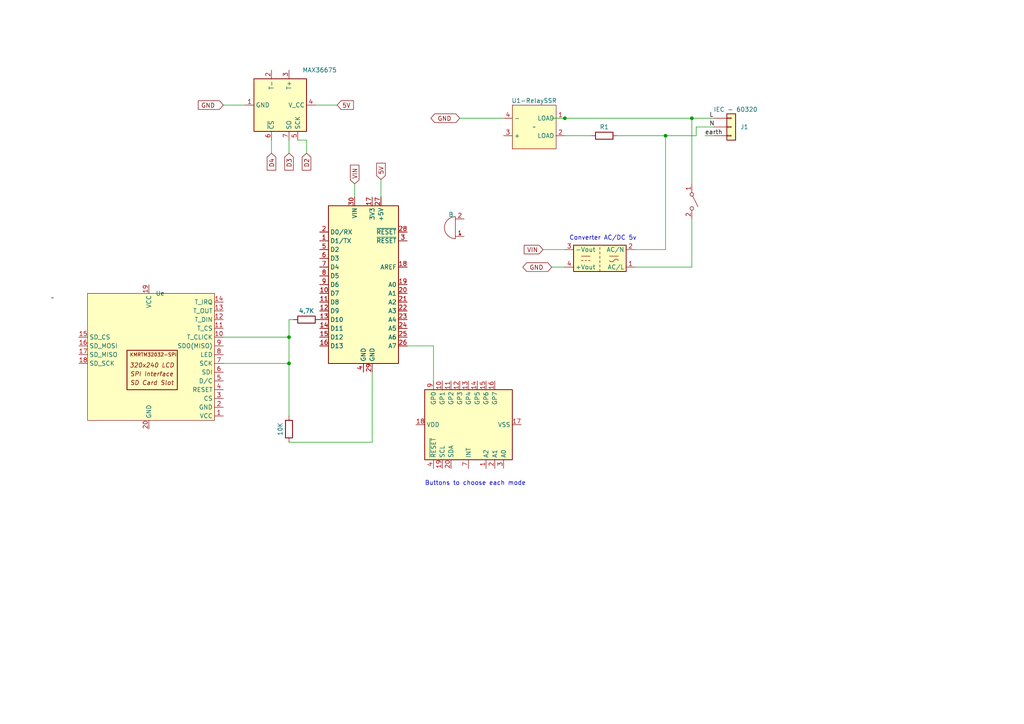
<source format=kicad_sch>
(kicad_sch (version 20230121) (generator eeschema)

  (uuid a360152b-217e-4bf5-ab06-859ca123b121)

  (paper "A4")

  (lib_symbols
    (symbol "Connector_Generic:Conn_01x03" (pin_numbers hide) (pin_names (offset 1.016) hide) (in_bom yes) (on_board yes)
      (property "Reference" "J" (at 0 5.08 0)
        (effects (font (size 1.27 1.27)))
      )
      (property "Value" "Conn_01x03" (at 0 -5.08 0)
        (effects (font (size 1.27 1.27)))
      )
      (property "Footprint" "" (at 0 0 0)
        (effects (font (size 1.27 1.27)) hide)
      )
      (property "Datasheet" "~" (at 0 0 0)
        (effects (font (size 1.27 1.27)) hide)
      )
      (property "ki_keywords" "connector" (at 0 0 0)
        (effects (font (size 1.27 1.27)) hide)
      )
      (property "ki_description" "Generic connector, single row, 01x03, script generated (kicad-library-utils/schlib/autogen/connector/)" (at 0 0 0)
        (effects (font (size 1.27 1.27)) hide)
      )
      (property "ki_fp_filters" "Connector*:*_1x??_*" (at 0 0 0)
        (effects (font (size 1.27 1.27)) hide)
      )
      (symbol "Conn_01x03_1_1"
        (rectangle (start -1.27 -2.413) (end 0 -2.667)
          (stroke (width 0.1524) (type default))
          (fill (type none))
        )
        (rectangle (start -1.27 0.127) (end 0 -0.127)
          (stroke (width 0.1524) (type default))
          (fill (type none))
        )
        (rectangle (start -1.27 2.667) (end 0 2.413)
          (stroke (width 0.1524) (type default))
          (fill (type none))
        )
        (rectangle (start -1.27 3.81) (end 1.27 -3.81)
          (stroke (width 0.254) (type default))
          (fill (type background))
        )
        (pin passive line (at -5.08 2.54 0) (length 3.81)
          (name "Pin_1" (effects (font (size 1.27 1.27))))
          (number "1" (effects (font (size 1.27 1.27))))
        )
        (pin passive line (at -5.08 0 0) (length 3.81)
          (name "Pin_2" (effects (font (size 1.27 1.27))))
          (number "2" (effects (font (size 1.27 1.27))))
        )
        (pin passive line (at -5.08 -2.54 0) (length 3.81)
          (name "Pin_3" (effects (font (size 1.27 1.27))))
          (number "3" (effects (font (size 1.27 1.27))))
        )
      )
    )
    (symbol "Converter_ACDC:HLK-PM01" (in_bom yes) (on_board yes)
      (property "Reference" "PS" (at 0 5.08 0)
        (effects (font (size 1.27 1.27)))
      )
      (property "Value" "HLK-PM01" (at 0 -5.08 0)
        (effects (font (size 1.27 1.27)))
      )
      (property "Footprint" "Converter_ACDC:Converter_ACDC_HiLink_HLK-PMxx" (at 0 -7.62 0)
        (effects (font (size 1.27 1.27)) hide)
      )
      (property "Datasheet" "http://www.hlktech.net/product_detail.php?ProId=54" (at 10.16 -8.89 0)
        (effects (font (size 1.27 1.27)) hide)
      )
      (property "ki_keywords" "AC/DC module power supply" (at 0 0 0)
        (effects (font (size 1.27 1.27)) hide)
      )
      (property "ki_description" "Compact AC/DC board mount power module 3W 5V" (at 0 0 0)
        (effects (font (size 1.27 1.27)) hide)
      )
      (property "ki_fp_filters" "Converter*ACDC*HiLink*HLK?PM*" (at 0 0 0)
        (effects (font (size 1.27 1.27)) hide)
      )
      (symbol "HLK-PM01_0_1"
        (rectangle (start -7.62 3.81) (end 7.62 -3.81)
          (stroke (width 0.254) (type default))
          (fill (type background))
        )
        (arc (start -5.334 0.635) (mid -4.699 0.2495) (end -4.064 0.635)
          (stroke (width 0) (type default))
          (fill (type none))
        )
        (arc (start -2.794 0.635) (mid -3.429 1.0072) (end -4.064 0.635)
          (stroke (width 0) (type default))
          (fill (type none))
        )
        (polyline
          (pts
            (xy -5.334 -0.635)
            (xy -2.794 -0.635)
          )
          (stroke (width 0) (type default))
          (fill (type none))
        )
        (polyline
          (pts
            (xy 0 -2.54)
            (xy 0 -3.175)
          )
          (stroke (width 0) (type default))
          (fill (type none))
        )
        (polyline
          (pts
            (xy 0 -1.27)
            (xy 0 -1.905)
          )
          (stroke (width 0) (type default))
          (fill (type none))
        )
        (polyline
          (pts
            (xy 0 0)
            (xy 0 -0.635)
          )
          (stroke (width 0) (type default))
          (fill (type none))
        )
        (polyline
          (pts
            (xy 0 1.27)
            (xy 0 0.635)
          )
          (stroke (width 0) (type default))
          (fill (type none))
        )
        (polyline
          (pts
            (xy 0 2.54)
            (xy 0 1.905)
          )
          (stroke (width 0) (type default))
          (fill (type none))
        )
        (polyline
          (pts
            (xy 0 3.81)
            (xy 0 3.175)
          )
          (stroke (width 0) (type default))
          (fill (type none))
        )
        (polyline
          (pts
            (xy 2.794 -0.635)
            (xy 5.334 -0.635)
          )
          (stroke (width 0) (type default))
          (fill (type none))
        )
        (polyline
          (pts
            (xy 2.794 0.635)
            (xy 3.302 0.635)
          )
          (stroke (width 0) (type default))
          (fill (type none))
        )
        (polyline
          (pts
            (xy 3.81 0.635)
            (xy 4.318 0.635)
          )
          (stroke (width 0) (type default))
          (fill (type none))
        )
        (polyline
          (pts
            (xy 4.826 0.635)
            (xy 5.334 0.635)
          )
          (stroke (width 0) (type default))
          (fill (type none))
        )
      )
      (symbol "HLK-PM01_1_1"
        (pin power_in line (at -10.16 2.54 0) (length 2.54)
          (name "AC/L" (effects (font (size 1.27 1.27))))
          (number "1" (effects (font (size 1.27 1.27))))
        )
        (pin power_in line (at -10.16 -2.54 0) (length 2.54)
          (name "AC/N" (effects (font (size 1.27 1.27))))
          (number "2" (effects (font (size 1.27 1.27))))
        )
        (pin power_out line (at 10.16 -2.54 180) (length 2.54)
          (name "-Vout" (effects (font (size 1.27 1.27))))
          (number "3" (effects (font (size 1.27 1.27))))
        )
        (pin power_out line (at 10.16 2.54 180) (length 2.54)
          (name "+Vout" (effects (font (size 1.27 1.27))))
          (number "4" (effects (font (size 1.27 1.27))))
        )
      )
    )
    (symbol "Device:Buzzer" (pin_names (offset 0.0254) hide) (in_bom yes) (on_board yes)
      (property "Reference" "BZ" (at 3.81 1.27 0)
        (effects (font (size 1.27 1.27)) (justify left))
      )
      (property "Value" "Buzzer" (at 3.81 -1.27 0)
        (effects (font (size 1.27 1.27)) (justify left))
      )
      (property "Footprint" "" (at -0.635 2.54 90)
        (effects (font (size 1.27 1.27)) hide)
      )
      (property "Datasheet" "~" (at -0.635 2.54 90)
        (effects (font (size 1.27 1.27)) hide)
      )
      (property "ki_keywords" "quartz resonator ceramic" (at 0 0 0)
        (effects (font (size 1.27 1.27)) hide)
      )
      (property "ki_description" "Buzzer, polarized" (at 0 0 0)
        (effects (font (size 1.27 1.27)) hide)
      )
      (property "ki_fp_filters" "*Buzzer*" (at 0 0 0)
        (effects (font (size 1.27 1.27)) hide)
      )
      (symbol "Buzzer_0_1"
        (arc (start 0 -3.175) (mid 3.1612 0) (end 0 3.175)
          (stroke (width 0) (type default))
          (fill (type none))
        )
        (polyline
          (pts
            (xy -1.651 1.905)
            (xy -1.143 1.905)
          )
          (stroke (width 0) (type default))
          (fill (type none))
        )
        (polyline
          (pts
            (xy -1.397 2.159)
            (xy -1.397 1.651)
          )
          (stroke (width 0) (type default))
          (fill (type none))
        )
        (polyline
          (pts
            (xy 0 3.175)
            (xy 0 -3.175)
          )
          (stroke (width 0) (type default))
          (fill (type none))
        )
      )
      (symbol "Buzzer_1_1"
        (pin passive line (at -2.54 2.54 0) (length 2.54)
          (name "-" (effects (font (size 1.27 1.27))))
          (number "1" (effects (font (size 1.27 1.27))))
        )
        (pin passive line (at -2.54 -2.54 0) (length 2.54)
          (name "+" (effects (font (size 1.27 1.27))))
          (number "2" (effects (font (size 1.27 1.27))))
        )
      )
    )
    (symbol "Device:R" (pin_numbers hide) (pin_names (offset 0)) (in_bom yes) (on_board yes)
      (property "Reference" "R" (at 2.032 0 90)
        (effects (font (size 1.27 1.27)))
      )
      (property "Value" "R" (at 0 0 90)
        (effects (font (size 1.27 1.27)))
      )
      (property "Footprint" "" (at -1.778 0 90)
        (effects (font (size 1.27 1.27)) hide)
      )
      (property "Datasheet" "~" (at 0 0 0)
        (effects (font (size 1.27 1.27)) hide)
      )
      (property "ki_keywords" "R res resistor" (at 0 0 0)
        (effects (font (size 1.27 1.27)) hide)
      )
      (property "ki_description" "Resistor" (at 0 0 0)
        (effects (font (size 1.27 1.27)) hide)
      )
      (property "ki_fp_filters" "R_*" (at 0 0 0)
        (effects (font (size 1.27 1.27)) hide)
      )
      (symbol "R_0_1"
        (rectangle (start -1.016 -2.54) (end 1.016 2.54)
          (stroke (width 0.254) (type default))
          (fill (type none))
        )
      )
      (symbol "R_1_1"
        (pin passive line (at 0 3.81 270) (length 1.27)
          (name "~" (effects (font (size 1.27 1.27))))
          (number "1" (effects (font (size 1.27 1.27))))
        )
        (pin passive line (at 0 -3.81 90) (length 1.27)
          (name "~" (effects (font (size 1.27 1.27))))
          (number "2" (effects (font (size 1.27 1.27))))
        )
      )
    )
    (symbol "Interface_Expansion:MCP23008-xML" (in_bom yes) (on_board yes)
      (property "Reference" "U" (at -8.89 13.97 0)
        (effects (font (size 1.27 1.27)))
      )
      (property "Value" "MCP23008-xML" (at 8.89 13.97 0)
        (effects (font (size 1.27 1.27)))
      )
      (property "Footprint" "Package_DFN_QFN:QFN-20-1EP_4x4mm_P0.5mm_EP2.7x2.7mm" (at 0 -26.67 0)
        (effects (font (size 1.27 1.27)) hide)
      )
      (property "Datasheet" "http://ww1.microchip.com/downloads/en/DeviceDoc/MCP23008-MCP23S08-Data-Sheet-20001919F.pdf" (at 33.02 -30.48 0)
        (effects (font (size 1.27 1.27)) hide)
      )
      (property "ki_keywords" "I2C parallel port expander" (at 0 0 0)
        (effects (font (size 1.27 1.27)) hide)
      )
      (property "ki_description" "8-bit I/O expander, I2C, interrupts, QFN-20" (at 0 0 0)
        (effects (font (size 1.27 1.27)) hide)
      )
      (property "ki_fp_filters" "QFN*4x4mm*P0.5mm*" (at 0 0 0)
        (effects (font (size 1.27 1.27)) hide)
      )
      (symbol "MCP23008-xML_0_1"
        (rectangle (start -10.16 12.7) (end 10.16 -12.7)
          (stroke (width 0.254) (type default))
          (fill (type background))
        )
      )
      (symbol "MCP23008-xML_1_1"
        (pin input line (at -12.7 -5.08 0) (length 2.54)
          (name "A2" (effects (font (size 1.27 1.27))))
          (number "1" (effects (font (size 1.27 1.27))))
        )
        (pin bidirectional line (at 12.7 7.62 180) (length 2.54)
          (name "GP1" (effects (font (size 1.27 1.27))))
          (number "10" (effects (font (size 1.27 1.27))))
        )
        (pin bidirectional line (at 12.7 5.08 180) (length 2.54)
          (name "GP2" (effects (font (size 1.27 1.27))))
          (number "11" (effects (font (size 1.27 1.27))))
        )
        (pin bidirectional line (at 12.7 2.54 180) (length 2.54)
          (name "GP3" (effects (font (size 1.27 1.27))))
          (number "12" (effects (font (size 1.27 1.27))))
        )
        (pin bidirectional line (at 12.7 0 180) (length 2.54)
          (name "GP4" (effects (font (size 1.27 1.27))))
          (number "13" (effects (font (size 1.27 1.27))))
        )
        (pin bidirectional line (at 12.7 -2.54 180) (length 2.54)
          (name "GP5" (effects (font (size 1.27 1.27))))
          (number "14" (effects (font (size 1.27 1.27))))
        )
        (pin bidirectional line (at 12.7 -5.08 180) (length 2.54)
          (name "GP6" (effects (font (size 1.27 1.27))))
          (number "15" (effects (font (size 1.27 1.27))))
        )
        (pin bidirectional line (at 12.7 -7.62 180) (length 2.54)
          (name "GP7" (effects (font (size 1.27 1.27))))
          (number "16" (effects (font (size 1.27 1.27))))
        )
        (pin power_in line (at 0 -15.24 90) (length 2.54)
          (name "VSS" (effects (font (size 1.27 1.27))))
          (number "17" (effects (font (size 1.27 1.27))))
        )
        (pin power_in line (at 0 15.24 270) (length 2.54)
          (name "VDD" (effects (font (size 1.27 1.27))))
          (number "18" (effects (font (size 1.27 1.27))))
        )
        (pin input line (at -12.7 7.62 0) (length 2.54)
          (name "SCL" (effects (font (size 1.27 1.27))))
          (number "19" (effects (font (size 1.27 1.27))))
        )
        (pin input line (at -12.7 -7.62 0) (length 2.54)
          (name "A1" (effects (font (size 1.27 1.27))))
          (number "2" (effects (font (size 1.27 1.27))))
        )
        (pin bidirectional line (at -12.7 5.08 0) (length 2.54)
          (name "SDA" (effects (font (size 1.27 1.27))))
          (number "20" (effects (font (size 1.27 1.27))))
        )
        (pin input line (at -12.7 -10.16 0) (length 2.54)
          (name "A0" (effects (font (size 1.27 1.27))))
          (number "3" (effects (font (size 1.27 1.27))))
        )
        (pin input line (at -12.7 10.16 0) (length 2.54)
          (name "~{RESET}" (effects (font (size 1.27 1.27))))
          (number "4" (effects (font (size 1.27 1.27))))
        )
        (pin no_connect line (at -10.16 2.54 0) (length 2.54) hide
          (name "NC" (effects (font (size 1.27 1.27))))
          (number "5" (effects (font (size 1.27 1.27))))
        )
        (pin no_connect line (at -10.16 -2.54 0) (length 2.54) hide
          (name "NC" (effects (font (size 1.27 1.27))))
          (number "6" (effects (font (size 1.27 1.27))))
        )
        (pin output line (at -12.7 0 0) (length 2.54)
          (name "INT" (effects (font (size 1.27 1.27))))
          (number "7" (effects (font (size 1.27 1.27))))
        )
        (pin no_connect line (at 10.16 -10.16 180) (length 2.54) hide
          (name "NC" (effects (font (size 1.27 1.27))))
          (number "8" (effects (font (size 1.27 1.27))))
        )
        (pin bidirectional line (at 12.7 10.16 180) (length 2.54)
          (name "GP0" (effects (font (size 1.27 1.27))))
          (number "9" (effects (font (size 1.27 1.27))))
        )
      )
    )
    (symbol "MCU_Module:Arduino_Nano_v2.x" (in_bom yes) (on_board yes)
      (property "Reference" "A" (at -10.16 23.495 0)
        (effects (font (size 1.27 1.27)) (justify left bottom))
      )
      (property "Value" "Arduino_Nano_v2.x" (at 5.08 -24.13 0)
        (effects (font (size 1.27 1.27)) (justify left top))
      )
      (property "Footprint" "Module:Arduino_Nano" (at 0 0 0)
        (effects (font (size 1.27 1.27) italic) hide)
      )
      (property "Datasheet" "https://www.arduino.cc/en/uploads/Main/ArduinoNanoManual23.pdf" (at 0 0 0)
        (effects (font (size 1.27 1.27)) hide)
      )
      (property "ki_keywords" "Arduino nano microcontroller module USB" (at 0 0 0)
        (effects (font (size 1.27 1.27)) hide)
      )
      (property "ki_description" "Arduino Nano v2.x" (at 0 0 0)
        (effects (font (size 1.27 1.27)) hide)
      )
      (property "ki_fp_filters" "Arduino*Nano*" (at 0 0 0)
        (effects (font (size 1.27 1.27)) hide)
      )
      (symbol "Arduino_Nano_v2.x_0_1"
        (rectangle (start -10.16 22.86) (end 10.16 -22.86)
          (stroke (width 0.254) (type default))
          (fill (type background))
        )
      )
      (symbol "Arduino_Nano_v2.x_1_1"
        (pin bidirectional line (at -12.7 12.7 0) (length 2.54)
          (name "D1/TX" (effects (font (size 1.27 1.27))))
          (number "1" (effects (font (size 1.27 1.27))))
        )
        (pin bidirectional line (at -12.7 -2.54 0) (length 2.54)
          (name "D7" (effects (font (size 1.27 1.27))))
          (number "10" (effects (font (size 1.27 1.27))))
        )
        (pin bidirectional line (at -12.7 -5.08 0) (length 2.54)
          (name "D8" (effects (font (size 1.27 1.27))))
          (number "11" (effects (font (size 1.27 1.27))))
        )
        (pin bidirectional line (at -12.7 -7.62 0) (length 2.54)
          (name "D9" (effects (font (size 1.27 1.27))))
          (number "12" (effects (font (size 1.27 1.27))))
        )
        (pin bidirectional line (at -12.7 -10.16 0) (length 2.54)
          (name "D10" (effects (font (size 1.27 1.27))))
          (number "13" (effects (font (size 1.27 1.27))))
        )
        (pin bidirectional line (at -12.7 -12.7 0) (length 2.54)
          (name "D11" (effects (font (size 1.27 1.27))))
          (number "14" (effects (font (size 1.27 1.27))))
        )
        (pin bidirectional line (at -12.7 -15.24 0) (length 2.54)
          (name "D12" (effects (font (size 1.27 1.27))))
          (number "15" (effects (font (size 1.27 1.27))))
        )
        (pin bidirectional line (at -12.7 -17.78 0) (length 2.54)
          (name "D13" (effects (font (size 1.27 1.27))))
          (number "16" (effects (font (size 1.27 1.27))))
        )
        (pin power_out line (at 2.54 25.4 270) (length 2.54)
          (name "3V3" (effects (font (size 1.27 1.27))))
          (number "17" (effects (font (size 1.27 1.27))))
        )
        (pin input line (at 12.7 5.08 180) (length 2.54)
          (name "AREF" (effects (font (size 1.27 1.27))))
          (number "18" (effects (font (size 1.27 1.27))))
        )
        (pin bidirectional line (at 12.7 0 180) (length 2.54)
          (name "A0" (effects (font (size 1.27 1.27))))
          (number "19" (effects (font (size 1.27 1.27))))
        )
        (pin bidirectional line (at -12.7 15.24 0) (length 2.54)
          (name "D0/RX" (effects (font (size 1.27 1.27))))
          (number "2" (effects (font (size 1.27 1.27))))
        )
        (pin bidirectional line (at 12.7 -2.54 180) (length 2.54)
          (name "A1" (effects (font (size 1.27 1.27))))
          (number "20" (effects (font (size 1.27 1.27))))
        )
        (pin bidirectional line (at 12.7 -5.08 180) (length 2.54)
          (name "A2" (effects (font (size 1.27 1.27))))
          (number "21" (effects (font (size 1.27 1.27))))
        )
        (pin bidirectional line (at 12.7 -7.62 180) (length 2.54)
          (name "A3" (effects (font (size 1.27 1.27))))
          (number "22" (effects (font (size 1.27 1.27))))
        )
        (pin bidirectional line (at 12.7 -10.16 180) (length 2.54)
          (name "A4" (effects (font (size 1.27 1.27))))
          (number "23" (effects (font (size 1.27 1.27))))
        )
        (pin bidirectional line (at 12.7 -12.7 180) (length 2.54)
          (name "A5" (effects (font (size 1.27 1.27))))
          (number "24" (effects (font (size 1.27 1.27))))
        )
        (pin bidirectional line (at 12.7 -15.24 180) (length 2.54)
          (name "A6" (effects (font (size 1.27 1.27))))
          (number "25" (effects (font (size 1.27 1.27))))
        )
        (pin bidirectional line (at 12.7 -17.78 180) (length 2.54)
          (name "A7" (effects (font (size 1.27 1.27))))
          (number "26" (effects (font (size 1.27 1.27))))
        )
        (pin power_out line (at 5.08 25.4 270) (length 2.54)
          (name "+5V" (effects (font (size 1.27 1.27))))
          (number "27" (effects (font (size 1.27 1.27))))
        )
        (pin input line (at 12.7 15.24 180) (length 2.54)
          (name "~{RESET}" (effects (font (size 1.27 1.27))))
          (number "28" (effects (font (size 1.27 1.27))))
        )
        (pin power_in line (at 2.54 -25.4 90) (length 2.54)
          (name "GND" (effects (font (size 1.27 1.27))))
          (number "29" (effects (font (size 1.27 1.27))))
        )
        (pin input line (at 12.7 12.7 180) (length 2.54)
          (name "~{RESET}" (effects (font (size 1.27 1.27))))
          (number "3" (effects (font (size 1.27 1.27))))
        )
        (pin power_in line (at -2.54 25.4 270) (length 2.54)
          (name "VIN" (effects (font (size 1.27 1.27))))
          (number "30" (effects (font (size 1.27 1.27))))
        )
        (pin power_in line (at 0 -25.4 90) (length 2.54)
          (name "GND" (effects (font (size 1.27 1.27))))
          (number "4" (effects (font (size 1.27 1.27))))
        )
        (pin bidirectional line (at -12.7 10.16 0) (length 2.54)
          (name "D2" (effects (font (size 1.27 1.27))))
          (number "5" (effects (font (size 1.27 1.27))))
        )
        (pin bidirectional line (at -12.7 7.62 0) (length 2.54)
          (name "D3" (effects (font (size 1.27 1.27))))
          (number "6" (effects (font (size 1.27 1.27))))
        )
        (pin bidirectional line (at -12.7 5.08 0) (length 2.54)
          (name "D4" (effects (font (size 1.27 1.27))))
          (number "7" (effects (font (size 1.27 1.27))))
        )
        (pin bidirectional line (at -12.7 2.54 0) (length 2.54)
          (name "D5" (effects (font (size 1.27 1.27))))
          (number "8" (effects (font (size 1.27 1.27))))
        )
        (pin bidirectional line (at -12.7 0 0) (length 2.54)
          (name "D6" (effects (font (size 1.27 1.27))))
          (number "9" (effects (font (size 1.27 1.27))))
        )
      )
    )
    (symbol "Sensor_Temperature:MAX31855EASA" (in_bom yes) (on_board yes)
      (property "Reference" "U" (at -7.62 8.89 0)
        (effects (font (size 1.27 1.27)) (justify left))
      )
      (property "Value" "MAX31855EASA" (at 1.27 8.89 0)
        (effects (font (size 1.27 1.27)) (justify left))
      )
      (property "Footprint" "Package_SO:SOIC-8_3.9x4.9mm_P1.27mm" (at 25.4 -8.89 0)
        (effects (font (size 1.27 1.27) italic) hide)
      )
      (property "Datasheet" "http://datasheets.maximintegrated.com/en/ds/MAX31855.pdf" (at 0 0 0)
        (effects (font (size 1.27 1.27)) hide)
      )
      (property "ki_keywords" "Cold Junction Termocouple Interface SPI" (at 0 0 0)
        (effects (font (size 1.27 1.27)) hide)
      )
      (property "ki_description" "Cold Junction E-type Termocouple Interface, SPI, SO8" (at 0 0 0)
        (effects (font (size 1.27 1.27)) hide)
      )
      (property "ki_fp_filters" "SOIC*3.9x4.9mm*P1.27mm*" (at 0 0 0)
        (effects (font (size 1.27 1.27)) hide)
      )
      (symbol "MAX31855EASA_0_1"
        (rectangle (start -7.62 7.62) (end 7.62 -7.62)
          (stroke (width 0.254) (type default))
          (fill (type background))
        )
      )
      (symbol "MAX31855EASA_1_1"
        (pin power_in line (at 0 -10.16 90) (length 2.54)
          (name "GND" (effects (font (size 1.27 1.27))))
          (number "1" (effects (font (size 1.27 1.27))))
        )
        (pin passive line (at -10.16 -2.54 0) (length 2.54)
          (name "T-" (effects (font (size 1.27 1.27))))
          (number "2" (effects (font (size 1.27 1.27))))
        )
        (pin passive line (at -10.16 2.54 0) (length 2.54)
          (name "T+" (effects (font (size 1.27 1.27))))
          (number "3" (effects (font (size 1.27 1.27))))
        )
        (pin power_in line (at 0 10.16 270) (length 2.54)
          (name "V_CC" (effects (font (size 1.27 1.27))))
          (number "4" (effects (font (size 1.27 1.27))))
        )
        (pin input line (at 10.16 5.08 180) (length 2.54)
          (name "SCK" (effects (font (size 1.27 1.27))))
          (number "5" (effects (font (size 1.27 1.27))))
        )
        (pin input line (at 10.16 -2.54 180) (length 2.54)
          (name "~{CS}" (effects (font (size 1.27 1.27))))
          (number "6" (effects (font (size 1.27 1.27))))
        )
        (pin tri_state line (at 10.16 2.54 180) (length 2.54)
          (name "SO" (effects (font (size 1.27 1.27))))
          (number "7" (effects (font (size 1.27 1.27))))
        )
      )
    )
    (symbol "Switch:SW_DPST_x2" (pin_names (offset 0) hide) (in_bom yes) (on_board yes)
      (property "Reference" "SW" (at 0 3.175 0)
        (effects (font (size 1.27 1.27)))
      )
      (property "Value" "SW_DPST_x2" (at 0 -2.54 0)
        (effects (font (size 1.27 1.27)))
      )
      (property "Footprint" "" (at 0 0 0)
        (effects (font (size 1.27 1.27)) hide)
      )
      (property "Datasheet" "~" (at 0 0 0)
        (effects (font (size 1.27 1.27)) hide)
      )
      (property "ki_keywords" "switch lever" (at 0 0 0)
        (effects (font (size 1.27 1.27)) hide)
      )
      (property "ki_description" "Single Pole Single Throw (SPST) switch, separate symbol" (at 0 0 0)
        (effects (font (size 1.27 1.27)) hide)
      )
      (symbol "SW_DPST_x2_0_0"
        (circle (center -2.032 0) (radius 0.508)
          (stroke (width 0) (type default))
          (fill (type none))
        )
        (polyline
          (pts
            (xy -1.524 0.254)
            (xy 1.524 1.778)
          )
          (stroke (width 0) (type default))
          (fill (type none))
        )
        (circle (center 2.032 0) (radius 0.508)
          (stroke (width 0) (type default))
          (fill (type none))
        )
      )
      (symbol "SW_DPST_x2_1_1"
        (pin passive line (at -5.08 0 0) (length 2.54)
          (name "A" (effects (font (size 1.27 1.27))))
          (number "1" (effects (font (size 1.27 1.27))))
        )
        (pin passive line (at 5.08 0 180) (length 2.54)
          (name "B" (effects (font (size 1.27 1.27))))
          (number "2" (effects (font (size 1.27 1.27))))
        )
      )
      (symbol "SW_DPST_x2_2_1"
        (pin passive line (at -5.08 0 0) (length 2.54)
          (name "A" (effects (font (size 1.27 1.27))))
          (number "3" (effects (font (size 1.27 1.27))))
        )
        (pin passive line (at 5.08 0 180) (length 2.54)
          (name "B" (effects (font (size 1.27 1.27))))
          (number "4" (effects (font (size 1.27 1.27))))
        )
      )
    )
    (symbol "hot_plate_kicad:KMRTM32032-SPI" (in_bom yes) (on_board yes)
      (property "Reference" "U" (at 0 0 0)
        (effects (font (size 1.27 1.27)))
      )
      (property "Value" "" (at 0 0 0)
        (effects (font (size 1.27 1.27)))
      )
      (property "Footprint" "" (at 0 0 0)
        (effects (font (size 1.27 1.27)) hide)
      )
      (property "Datasheet" "" (at 0 0 0)
        (effects (font (size 1.27 1.27)) hide)
      )
      (symbol "KMRTM32032-SPI_0_0"
        (text "320x240 LCD" (at 28.829 -19.558 0)
          (effects (font (size 1.27 1.27) italic))
        )
        (text "KMRTM32032-SPI" (at 29.21 -16.51 0)
          (effects (font (size 1 1)))
        )
        (text "SD Card Slot" (at 22.479 -24.638 0)
          (effects (font (size 1.27 1.27) italic) (justify left))
        )
        (text "SPI Interface" (at 22.479 -22.098 0)
          (effects (font (size 1.27 1.27) italic) (justify left))
        )
      )
      (symbol "KMRTM32032-SPI_0_1"
        (rectangle (start 10.16 1.27) (end 46.99 -35.56)
          (stroke (width 0.15) (type default))
          (fill (type background))
        )
        (rectangle (start 21.59 -15.24) (end 36.195 -26.67)
          (stroke (width 0.254) (type default))
          (fill (type none))
        )
      )
      (symbol "KMRTM32032-SPI_1_1"
        (pin power_in line (at 49.53 -34.29 180) (length 2.54)
          (name "VCC" (effects (font (size 1.27 1.27))))
          (number "1" (effects (font (size 1.27 1.27))))
          (alternate "INPUT/OUTPUT" bidirectional line)
        )
        (pin bidirectional line (at 49.53 -11.43 180) (length 2.54)
          (name "T_CLICK" (effects (font (size 1.27 1.27))))
          (number "10" (effects (font (size 1.27 1.27))))
        )
        (pin bidirectional line (at 49.53 -8.89 180) (length 2.54)
          (name "T_CS" (effects (font (size 1.27 1.27))))
          (number "11" (effects (font (size 1.27 1.27))))
        )
        (pin bidirectional line (at 49.53 -6.35 180) (length 2.54)
          (name "T_DIN" (effects (font (size 1.27 1.27))))
          (number "12" (effects (font (size 1.27 1.27))))
        )
        (pin bidirectional line (at 49.53 -3.81 180) (length 2.54)
          (name "T_OUT" (effects (font (size 1.27 1.27))))
          (number "13" (effects (font (size 1.27 1.27))))
        )
        (pin bidirectional line (at 49.53 -1.27 180) (length 2.54)
          (name "T_IRQ" (effects (font (size 1.27 1.27))))
          (number "14" (effects (font (size 1.27 1.27))))
        )
        (pin input line (at 7.62 -11.43 0) (length 2.54)
          (name "SD_CS" (effects (font (size 1.27 1.27))))
          (number "15" (effects (font (size 1.27 1.27))))
        )
        (pin input line (at 7.62 -13.97 0) (length 2.54)
          (name "SD_MOSI" (effects (font (size 1.27 1.27))))
          (number "16" (effects (font (size 1.27 1.27))))
        )
        (pin output line (at 7.62 -16.51 0) (length 2.54)
          (name "SD_MISO" (effects (font (size 1.27 1.27))))
          (number "17" (effects (font (size 1.27 1.27))))
        )
        (pin input line (at 7.62 -19.05 0) (length 2.54)
          (name "SD_SCK" (effects (font (size 1.27 1.27))))
          (number "18" (effects (font (size 1.27 1.27))))
        )
        (pin power_in line (at 27.94 3.81 270) (length 2.54)
          (name "VCC" (effects (font (size 1.27 1.27))))
          (number "19" (effects (font (size 1.27 1.27))))
        )
        (pin power_in line (at 49.53 -31.75 180) (length 2.54)
          (name "GND" (effects (font (size 1.27 1.27))))
          (number "2" (effects (font (size 1.27 1.27))))
        )
        (pin power_in line (at 27.94 -38.1 90) (length 2.54)
          (name "GND" (effects (font (size 1.27 1.27))))
          (number "20" (effects (font (size 1.27 1.27))))
        )
        (pin bidirectional line (at 49.53 -29.21 180) (length 2.54)
          (name "CS" (effects (font (size 1.27 1.27))))
          (number "3" (effects (font (size 1.27 1.27))))
        )
        (pin bidirectional line (at 49.53 -26.67 180) (length 2.54)
          (name "RESET" (effects (font (size 1.27 1.27))))
          (number "4" (effects (font (size 1.27 1.27))))
        )
        (pin bidirectional line (at 49.53 -24.13 180) (length 2.54)
          (name "D/C" (effects (font (size 1.27 1.27))))
          (number "5" (effects (font (size 1.27 1.27))))
        )
        (pin bidirectional line (at 49.53 -21.59 180) (length 2.54)
          (name "SDI" (effects (font (size 1.27 1.27))))
          (number "6" (effects (font (size 1.27 1.27))))
        )
        (pin bidirectional line (at 49.53 -19.05 180) (length 2.54)
          (name "SCK" (effects (font (size 1.27 1.27))))
          (number "7" (effects (font (size 1.27 1.27))))
        )
        (pin bidirectional line (at 49.53 -16.51 180) (length 2.54)
          (name "LED" (effects (font (size 1.27 1.27))))
          (number "8" (effects (font (size 1.27 1.27))))
        )
        (pin bidirectional line (at 49.53 -13.97 180) (length 2.54)
          (name "SDO(MISO)" (effects (font (size 1.27 1.27))))
          (number "9" (effects (font (size 1.27 1.27))))
        )
      )
    )
    (symbol "hot_plate_kicad:SSR40DAHR" (in_bom yes) (on_board yes)
      (property "Reference" "U" (at -5.08 7.62 0)
        (effects (font (size 1.27 1.27)))
      )
      (property "Value" "" (at 0 0 0)
        (effects (font (size 1.27 1.27)))
      )
      (property "Footprint" "" (at 0 0 0)
        (effects (font (size 1.27 1.27)) hide)
      )
      (property "Datasheet" "" (at 0 0 0)
        (effects (font (size 1.27 1.27)) hide)
      )
      (symbol "SSR40DAHR_0_1"
        (rectangle (start -6.35 6.35) (end 6.35 -6.35)
          (stroke (width 0) (type default))
          (fill (type background))
        )
      )
      (symbol "SSR40DAHR_1_1"
        (pin bidirectional line (at 8.89 2.54 180) (length 2.54)
          (name "LOAD" (effects (font (size 1.27 1.27))))
          (number "1" (effects (font (size 1.27 1.27))))
        )
        (pin bidirectional line (at 8.89 -2.54 180) (length 2.54)
          (name "LOAD" (effects (font (size 1.27 1.27))))
          (number "2" (effects (font (size 1.27 1.27))))
        )
        (pin input line (at -8.89 -2.54 0) (length 2.54)
          (name "+" (effects (font (size 1.27 1.27))))
          (number "3" (effects (font (size 1.27 1.27))))
        )
        (pin input line (at -8.89 2.54 0) (length 2.54)
          (name "-" (effects (font (size 1.27 1.27))))
          (number "4" (effects (font (size 1.27 1.27))))
        )
      )
    )
  )

  (junction (at 83.82 105.41) (diameter 0) (color 0 0 0 0)
    (uuid 0bcd0495-7e15-4784-8e5d-1b4708984d73)
  )
  (junction (at 83.82 97.79) (diameter 0) (color 0 0 0 0)
    (uuid 3cf6cefa-cf7a-4072-8c38-f7760d43f9e7)
  )
  (junction (at 163.83 34.29) (diameter 0) (color 0 0 0 0)
    (uuid 527cb643-4436-4d51-8a85-0f76b633720c)
  )
  (junction (at 200.66 34.29) (diameter 0) (color 0 0 0 0)
    (uuid 6b2ff29f-9a59-44aa-902c-a0e5b7f532aa)
  )
  (junction (at 193.04 39.37) (diameter 0) (color 0 0 0 0)
    (uuid a6575d6c-04b3-452a-a0b5-255fa79a6bde)
  )

  (wire (pts (xy 86.36 40.64) (xy 88.9 40.64))
    (stroke (width 0) (type default))
    (uuid 002031f6-fd78-4586-8ee0-06cbfa2c9f7c)
  )
  (wire (pts (xy 200.66 34.29) (xy 200.66 53.34))
    (stroke (width 0) (type default))
    (uuid 0c09d655-8362-429a-990f-0671cca2bba2)
  )
  (wire (pts (xy 83.82 92.71) (xy 83.82 97.79))
    (stroke (width 0) (type default))
    (uuid 17ecb943-37a6-47ff-8fa5-3d1ce563cc0d)
  )
  (wire (pts (xy 91.44 30.48) (xy 97.79 30.48))
    (stroke (width 0) (type default))
    (uuid 239600ef-9934-4afb-a1c7-8841bd864180)
  )
  (wire (pts (xy 163.83 39.37) (xy 171.45 39.37))
    (stroke (width 0) (type default))
    (uuid 24914498-6be6-45e7-b41d-bd726c18a28d)
  )
  (wire (pts (xy 83.82 128.27) (xy 107.95 128.27))
    (stroke (width 0) (type default))
    (uuid 2c663608-6d45-415a-82ea-60ddffa74636)
  )
  (wire (pts (xy 184.15 72.39) (xy 193.04 72.39))
    (stroke (width 0) (type default))
    (uuid 2d93a4e8-2564-4ebc-b056-d3e8defc7bc8)
  )
  (wire (pts (xy 83.82 105.41) (xy 83.82 120.65))
    (stroke (width 0) (type default))
    (uuid 2e12e3ef-4ab8-49c0-b2fc-b3ff6b001f7c)
  )
  (wire (pts (xy 157.48 72.39) (xy 163.83 72.39))
    (stroke (width 0) (type default))
    (uuid 47051abc-58ac-4bd3-94df-7ae1786168e6)
  )
  (wire (pts (xy 110.49 52.07) (xy 110.49 57.15))
    (stroke (width 0) (type default))
    (uuid 57ed407c-7525-4fa4-9100-b01bd080983d)
  )
  (wire (pts (xy 200.66 34.29) (xy 207.01 34.29))
    (stroke (width 0) (type default))
    (uuid 588c4452-7583-485b-8875-09bfa1aa9312)
  )
  (wire (pts (xy 204.47 39.37) (xy 207.01 39.37))
    (stroke (width 0) (type default))
    (uuid 611f0fbf-64d9-48d4-a75a-7d09373e2ac7)
  )
  (wire (pts (xy 83.82 97.79) (xy 83.82 105.41))
    (stroke (width 0) (type default))
    (uuid 65a8ace9-98f6-4529-9418-494dbe48f332)
  )
  (wire (pts (xy 64.77 97.79) (xy 83.82 97.79))
    (stroke (width 0) (type default))
    (uuid 6bfa3085-7379-4cc1-b54f-77596d36901e)
  )
  (wire (pts (xy 125.73 110.49) (xy 125.73 100.33))
    (stroke (width 0) (type default))
    (uuid 6ddfed2b-e992-4711-a876-a57811283dcb)
  )
  (wire (pts (xy 78.74 40.64) (xy 78.74 44.45))
    (stroke (width 0) (type default))
    (uuid 745020fb-5862-497e-8b68-34d43c2ea079)
  )
  (wire (pts (xy 83.82 40.64) (xy 83.82 44.45))
    (stroke (width 0) (type default))
    (uuid 781cf5b9-2450-4d24-a17c-a95885a5223b)
  )
  (wire (pts (xy 201.93 36.83) (xy 207.01 36.83))
    (stroke (width 0) (type default))
    (uuid 7cb345ea-c787-4b95-aa1e-97dcb7cd8281)
  )
  (wire (pts (xy 102.87 53.34) (xy 102.87 57.15))
    (stroke (width 0) (type default))
    (uuid 80749e88-2568-4d8b-8ecb-395daa311310)
  )
  (wire (pts (xy 193.04 72.39) (xy 193.04 39.37))
    (stroke (width 0) (type default))
    (uuid 984b5489-5889-43ac-9f27-d48a1587e3ad)
  )
  (wire (pts (xy 163.83 34.29) (xy 200.66 34.29))
    (stroke (width 0) (type default))
    (uuid b30d73ba-8dcd-4bc0-9fb0-10553cc9e645)
  )
  (wire (pts (xy 88.9 40.64) (xy 88.9 44.45))
    (stroke (width 0) (type default))
    (uuid b6a2beeb-825e-41a2-abff-8efc97a981e8)
  )
  (wire (pts (xy 160.02 34.29) (xy 163.83 34.29))
    (stroke (width 0) (type default))
    (uuid b85e9edd-f514-49b8-ac09-ae6e86141c70)
  )
  (wire (pts (xy 85.09 92.71) (xy 83.82 92.71))
    (stroke (width 0) (type default))
    (uuid b8ba5646-5ea9-4715-b1a6-25d5eeba2bec)
  )
  (wire (pts (xy 200.66 63.5) (xy 200.66 77.47))
    (stroke (width 0) (type default))
    (uuid d01549f9-1fb0-4f0d-931d-064b10ec1940)
  )
  (wire (pts (xy 184.15 77.47) (xy 200.66 77.47))
    (stroke (width 0) (type default))
    (uuid d39eb07d-5811-4063-b846-386e42f20176)
  )
  (wire (pts (xy 64.77 30.48) (xy 71.12 30.48))
    (stroke (width 0) (type default))
    (uuid d3f81b46-daa7-45d0-a528-0fcf38e8bb61)
  )
  (wire (pts (xy 201.93 39.37) (xy 201.93 36.83))
    (stroke (width 0) (type default))
    (uuid d687a642-7b97-4051-b976-ff7b9a8e030a)
  )
  (wire (pts (xy 179.07 39.37) (xy 193.04 39.37))
    (stroke (width 0) (type default))
    (uuid df87a702-2f82-484d-b04a-394a0cc7702c)
  )
  (wire (pts (xy 160.02 77.47) (xy 163.83 77.47))
    (stroke (width 0) (type default))
    (uuid e091d2a5-b88f-4475-b570-69815d11ab39)
  )
  (wire (pts (xy 193.04 39.37) (xy 201.93 39.37))
    (stroke (width 0) (type default))
    (uuid e0e0f6b4-c569-4603-b930-4def395c6d35)
  )
  (wire (pts (xy 64.77 105.41) (xy 83.82 105.41))
    (stroke (width 0) (type default))
    (uuid e7e10818-1aa2-499f-ad26-da2e364e34f3)
  )
  (wire (pts (xy 107.95 107.95) (xy 107.95 128.27))
    (stroke (width 0) (type default))
    (uuid f30e19a8-675a-4bf8-b50e-608e502ff24a)
  )
  (wire (pts (xy 133.35 34.29) (xy 146.05 34.29))
    (stroke (width 0) (type default))
    (uuid fbe322bf-6947-45b9-bf2f-ad7474982c88)
  )
  (wire (pts (xy 118.11 100.33) (xy 125.73 100.33))
    (stroke (width 0) (type default))
    (uuid fe05f09c-1e54-46c5-b8f5-365cb0083ffc)
  )

  (text "Converter AC/DC 5v\n" (at 165.1 69.85 0)
    (effects (font (size 1.27 1.27)) (justify left bottom))
    (uuid 1ee65d42-9580-45a2-beca-b2d526b6c646)
  )
  (text "Buttons to choose each mode \n" (at 123.19 140.97 0)
    (effects (font (size 1.27 1.27)) (justify left bottom))
    (uuid de4f6d34-8ea2-4f80-ab1a-7bd54fa6e43b)
  )

  (label "N" (at 205.74 36.83 0) (fields_autoplaced)
    (effects (font (size 1.27 1.27)) (justify left bottom))
    (uuid 42172614-8c2a-4346-8451-6f7ab77d94c1)
  )
  (label "earth" (at 204.47 39.37 0) (fields_autoplaced)
    (effects (font (size 1.27 1.27)) (justify left bottom))
    (uuid 72cf3981-8b3e-4f55-8a2b-ec2b81fa1116)
  )
  (label "L" (at 205.74 34.29 0) (fields_autoplaced)
    (effects (font (size 1.27 1.27)) (justify left bottom))
    (uuid a59dbc8c-50f5-4235-a6c6-e98bacba38b7)
  )

  (global_label "D3" (shape input) (at 83.82 44.45 270) (fields_autoplaced)
    (effects (font (size 1.27 1.27)) (justify right))
    (uuid 18f39cb3-282f-4776-a1b7-79db8c88680c)
    (property "Intersheetrefs" "${INTERSHEET_REFS}" (at 83.82 49.8353 90)
      (effects (font (size 1.27 1.27)) (justify right) hide)
    )
  )
  (global_label "GND " (shape bidirectional) (at 133.35 34.29 180) (fields_autoplaced)
    (effects (font (size 1.27 1.27)) (justify right))
    (uuid 1eb38ca4-3f59-4016-9b1b-b7a9540f590c)
    (property "Intersheetrefs" "${INTERSHEET_REFS}" (at 124.7004 34.29 0)
      (effects (font (size 1.27 1.27)) (justify right) hide)
    )
  )
  (global_label "VIN" (shape input) (at 157.48 72.39 180) (fields_autoplaced)
    (effects (font (size 1.27 1.27)) (justify right))
    (uuid 3eb0fba9-e529-4d03-820a-ff0d77ea0b88)
    (property "Intersheetrefs" "${INTERSHEET_REFS}" (at 151.5503 72.39 0)
      (effects (font (size 1.27 1.27)) (justify right) hide)
    )
  )
  (global_label "D4" (shape input) (at 78.74 44.45 270) (fields_autoplaced)
    (effects (font (size 1.27 1.27)) (justify right))
    (uuid 3f423c34-a121-43f1-83c0-45891614e6d7)
    (property "Intersheetrefs" "${INTERSHEET_REFS}" (at 78.74 49.8353 90)
      (effects (font (size 1.27 1.27)) (justify right) hide)
    )
  )
  (global_label "GND " (shape bidirectional) (at 160.02 77.47 180) (fields_autoplaced)
    (effects (font (size 1.27 1.27)) (justify right))
    (uuid 5970f7ee-4fa1-4001-8238-51a05cd9fdfd)
    (property "Intersheetrefs" "${INTERSHEET_REFS}" (at 151.3704 77.47 0)
      (effects (font (size 1.27 1.27)) (justify right) hide)
    )
  )
  (global_label "VIN" (shape input) (at 102.87 53.34 90) (fields_autoplaced)
    (effects (font (size 1.27 1.27)) (justify left))
    (uuid a9d8a822-3b2c-43e8-b891-863111893afb)
    (property "Intersheetrefs" "${INTERSHEET_REFS}" (at 102.87 47.4103 90)
      (effects (font (size 1.27 1.27)) (justify left) hide)
    )
  )
  (global_label "5V" (shape input) (at 110.49 52.07 90) (fields_autoplaced)
    (effects (font (size 1.27 1.27)) (justify left))
    (uuid b93fd0a3-0ff0-4c26-ad35-4b87259f6f75)
    (property "Intersheetrefs" "${INTERSHEET_REFS}" (at 110.49 46.8661 90)
      (effects (font (size 1.27 1.27)) (justify left) hide)
    )
  )
  (global_label "D2" (shape input) (at 88.9 44.45 270) (fields_autoplaced)
    (effects (font (size 1.27 1.27)) (justify right))
    (uuid be6e83a6-5eef-44d2-bec5-bc717222e61c)
    (property "Intersheetrefs" "${INTERSHEET_REFS}" (at 88.9 49.8353 90)
      (effects (font (size 1.27 1.27)) (justify right) hide)
    )
  )
  (global_label "GND " (shape input) (at 64.77 30.48 180) (fields_autoplaced)
    (effects (font (size 1.27 1.27)) (justify right))
    (uuid e780adb2-389c-4951-bc41-0fe7ac9047cc)
    (property "Intersheetrefs" "${INTERSHEET_REFS}" (at 57.2317 30.48 0)
      (effects (font (size 1.27 1.27)) (justify right) hide)
    )
  )
  (global_label "5V" (shape input) (at 97.79 30.48 0) (fields_autoplaced)
    (effects (font (size 1.27 1.27)) (justify left))
    (uuid f67b5246-f5c4-4757-bd9d-4b692ba3eedb)
    (property "Intersheetrefs" "${INTERSHEET_REFS}" (at 102.9939 30.48 0)
      (effects (font (size 1.27 1.27)) (justify left) hide)
    )
  )

  (symbol (lib_id "Interface_Expansion:MCP23008-xML") (at 135.89 123.19 90) (unit 1)
    (in_bom yes) (on_board yes) (dnp no)
    (uuid 20698e05-a0b9-45c4-91e7-9ccec64e24fe)
    (property "Reference" "U3" (at 154.94 133.35 90)
      (effects (font (size 1.27 1.27)) hide)
    )
    (property "Value" "MCP23008-xML" (at 114.3 125.8317 90)
      (effects (font (size 1.27 1.27)) hide)
    )
    (property "Footprint" "Package_DFN_QFN:QFN-20-1EP_4x4mm_P0.5mm_EP2.7x2.7mm" (at 162.56 123.19 0)
      (effects (font (size 1.27 1.27)) hide)
    )
    (property "Datasheet" "http://ww1.microchip.com/downloads/en/DeviceDoc/MCP23008-MCP23S08-Data-Sheet-20001919F.pdf" (at 166.37 90.17 0)
      (effects (font (size 1.27 1.27)) hide)
    )
    (pin "1" (uuid a8c9782e-0ac3-4ffb-b879-2ec6dc002985))
    (pin "10" (uuid a10d34d6-774d-4559-8c7b-f02a208eb9bd))
    (pin "11" (uuid 779a96ed-225b-4df4-918b-ad3cf648d368))
    (pin "12" (uuid 722fb6a3-998c-4c38-a193-442d0689e5aa))
    (pin "13" (uuid 02d4cc8b-5d3a-4813-8441-c42ad876f8c1))
    (pin "14" (uuid fa52b18f-a1d9-4113-8523-48d7f5ee1ddd))
    (pin "15" (uuid dbc12ecf-3499-4c31-92c3-913ed1a83384))
    (pin "16" (uuid 6abc4fd0-2154-4b69-b1b1-3363d43da61f))
    (pin "17" (uuid 3d828247-3313-49a7-a7d0-efc31b8fb301))
    (pin "18" (uuid 783507e3-a383-4dfc-bb9e-cf7ab3d239ed))
    (pin "19" (uuid 294dab53-9516-453c-913d-64551943a1bb))
    (pin "2" (uuid 6b3b3333-0072-4813-9399-03a05f4af2f3))
    (pin "20" (uuid feb5eed2-1318-4cc6-8845-b331be954da2))
    (pin "3" (uuid ef812d88-e313-49b2-b378-e2e76cbbe137))
    (pin "4" (uuid 32d19fdc-3c2c-4aef-9a0d-f6fd1d88cbdb))
    (pin "5" (uuid 941ea079-b46d-4755-9266-dc3dd99f6c40))
    (pin "6" (uuid 6fd4a26e-89a0-43cd-a2ad-4d8951cd260c))
    (pin "7" (uuid ffb6f882-125d-48dd-908a-05596f2aee22))
    (pin "8" (uuid 7a43fff8-b813-4d93-971e-c6bbda3e8de3))
    (pin "9" (uuid da6cf628-5ded-4f32-9c24-910c5a42cae6))
    (instances
      (project "hot-plate-kicad"
        (path "/a360152b-217e-4bf5-ab06-859ca123b121"
          (reference "U3") (unit 1)
        )
      )
    )
  )

  (symbol (lib_id "Device:R") (at 88.9 92.71 270) (unit 1)
    (in_bom yes) (on_board yes) (dnp no)
    (uuid 255afc87-e6af-4e83-9204-a366e6010420)
    (property "Reference" "4,7K" (at 88.9 90.17 90)
      (effects (font (size 1.27 1.27)))
    )
    (property "Value" "R" (at 88.9 90.17 90)
      (effects (font (size 1.27 1.27)) hide)
    )
    (property "Footprint" "" (at 88.9 90.932 90)
      (effects (font (size 1.27 1.27)) hide)
    )
    (property "Datasheet" "~" (at 88.9 92.71 0)
      (effects (font (size 1.27 1.27)) hide)
    )
    (pin "1" (uuid ca46613d-5f8c-44d3-8aa0-5c987ae38134))
    (pin "2" (uuid 143470e6-0061-47ab-b9c0-467d846affa1))
    (instances
      (project "hot-plate-kicad"
        (path "/a360152b-217e-4bf5-ab06-859ca123b121"
          (reference "4,7K") (unit 1)
        )
      )
    )
  )

  (symbol (lib_id "Connector_Generic:Conn_01x03") (at 212.09 36.83 0) (unit 1)
    (in_bom yes) (on_board yes) (dnp no)
    (uuid 366d443d-f4d9-4ea9-8ef3-0ba6e7224e7d)
    (property "Reference" "J1" (at 215.9 36.83 0)
      (effects (font (size 1.27 1.27)))
    )
    (property "Value" "IEC - 60320" (at 213.36 31.75 0)
      (effects (font (size 1.27 1.27)))
    )
    (property "Footprint" "" (at 212.09 36.83 0)
      (effects (font (size 1.27 1.27)) hide)
    )
    (property "Datasheet" "~" (at 212.09 36.83 0)
      (effects (font (size 1.27 1.27)) hide)
    )
    (pin "1" (uuid ca253337-c2b8-4e83-9e27-5103dbca4134))
    (pin "2" (uuid 5856e643-a6d8-4e30-9974-75ff4227f6a0))
    (pin "3" (uuid 5df402df-07d5-42d8-a56f-e976ccfb1874))
    (instances
      (project "hot-plate-kicad"
        (path "/a360152b-217e-4bf5-ab06-859ca123b121"
          (reference "J1") (unit 1)
        )
      )
    )
  )

  (symbol (lib_id "MCU_Module:Arduino_Nano_v2.x") (at 105.41 82.55 0) (unit 1)
    (in_bom yes) (on_board yes) (dnp no)
    (uuid 48fcd391-3117-4d4e-bda9-fa9c73e5793c)
    (property "Reference" "A1" (at 109.9059 107.95 0)
      (effects (font (size 1.27 1.27)) (justify left) hide)
    )
    (property "Value" "Arduino_Nano_v2.x" (at 99.06 53.34 0)
      (effects (font (size 1.27 1.27)) (justify left) hide)
    )
    (property "Footprint" "Module:Arduino_Nano" (at 105.41 82.55 0)
      (effects (font (size 1.27 1.27) italic) hide)
    )
    (property "Datasheet" "https://www.arduino.cc/en/uploads/Main/ArduinoNanoManual23.pdf" (at 105.41 82.55 0)
      (effects (font (size 1.27 1.27)) hide)
    )
    (pin "1" (uuid 4399bdd5-0e11-4a81-a84b-3d3bbeb58bc6))
    (pin "10" (uuid 7a20a6fe-b7e9-4fb9-b6eb-713d589d37ad))
    (pin "11" (uuid 870f432a-6bbb-46fa-b222-707cab6d1b98))
    (pin "12" (uuid f3efa890-7563-4b10-a0a9-b1acbfb54a5f))
    (pin "13" (uuid 06162f09-b337-4748-89b0-d11b8e4299c4))
    (pin "14" (uuid b70a43f6-0a56-4aa6-8118-3c4966364cfa))
    (pin "15" (uuid 1a3d154b-8d94-4cc6-a346-b17151b2defb))
    (pin "16" (uuid 7daf6a74-6106-4734-9a01-f737955f8da0))
    (pin "17" (uuid cd269b76-b453-4790-9a3c-87095ae40290))
    (pin "18" (uuid e4a5436a-2f5c-4a39-8d0c-bd7ee1a306eb))
    (pin "19" (uuid 79aaa49f-2f00-41b1-8459-c0a8d2278348))
    (pin "2" (uuid b5e83477-a9e7-42f3-bcab-09da694eb1d8))
    (pin "20" (uuid 9df72bd3-0b2f-4ba2-a18c-26a6cae1c572))
    (pin "21" (uuid e9f1341d-c34e-42c7-bb28-0707acf6e32e))
    (pin "22" (uuid b8d61a60-a57e-4aa0-aaca-42865ebedb2a))
    (pin "23" (uuid 7833091a-6aa2-4416-9bdc-ffa71fb79696))
    (pin "24" (uuid ef1ac3e0-1ed8-4c3f-b0ad-67f802424506))
    (pin "25" (uuid a841dde8-4eb2-4e5f-93d5-619e3abce897))
    (pin "26" (uuid e463148a-380a-4a1a-8d6e-0ac5461132ff))
    (pin "27" (uuid 4991b5f9-40b8-42c0-bf5b-405e316ad2c9))
    (pin "28" (uuid 03ca5af7-9bbd-418e-bbd3-b2810e4b7f73))
    (pin "29" (uuid 4a4e255e-3510-42cc-9348-9696a7b89bda))
    (pin "3" (uuid c1fb9b2e-042b-456d-952a-4fb47491ed04))
    (pin "30" (uuid fe517fcd-c230-417e-9ba9-2dd18b5bd612))
    (pin "4" (uuid ba0ab09d-6d5b-4337-bda8-483ffb465d86))
    (pin "5" (uuid 9e277269-bd66-421c-a70a-54f4260fdb3e))
    (pin "6" (uuid a733b3be-eeda-4c9a-a704-5f654360b941))
    (pin "7" (uuid 79844293-86a9-4e5b-b323-80fa178e9bbf))
    (pin "8" (uuid ed4682a0-e269-4bd1-8b0d-55d7580cfad4))
    (pin "9" (uuid 1d42415d-0d4f-45b2-abf9-24c22bc65155))
    (instances
      (project "hot-plate-kicad"
        (path "/a360152b-217e-4bf5-ab06-859ca123b121"
          (reference "A1") (unit 1)
        )
      )
    )
  )

  (symbol (lib_id "Sensor_Temperature:MAX31855EASA") (at 81.28 30.48 270) (unit 1)
    (in_bom yes) (on_board yes) (dnp no)
    (uuid 571960b4-9792-4d65-bfd6-9a38af07695a)
    (property "Reference" "U2" (at 64.77 32.9183 90)
      (effects (font (size 1.27 1.27)) hide)
    )
    (property "Value" "MAX36675" (at 92.71 20.32 90)
      (effects (font (size 1.27 1.27)))
    )
    (property "Footprint" "Package_SO:SOIC-8_3.9x4.9mm_P1.27mm" (at 72.39 55.88 0)
      (effects (font (size 1.27 1.27) italic) hide)
    )
    (property "Datasheet" "http://datasheets.maximintegrated.com/en/ds/MAX31855.pdf" (at 81.28 30.48 0)
      (effects (font (size 1.27 1.27)) hide)
    )
    (pin "1" (uuid beedd56f-9cfd-42ae-9bb0-7cfb488f97ce))
    (pin "2" (uuid 0dcb0706-7041-492b-8e29-c8718bb6ab7b))
    (pin "3" (uuid 91e46714-e148-4ed5-b3ad-eec3a9ec00d4))
    (pin "4" (uuid c46b4812-5a09-4784-8351-c4c8d2136f10))
    (pin "5" (uuid e95b4824-6ad1-4e7a-b691-4bbd9429b0c1))
    (pin "6" (uuid f42a4714-625f-4948-ba4e-209b71a5ffeb))
    (pin "7" (uuid aaa2ad66-236c-4336-af9f-ef428ddc1297))
    (instances
      (project "hot-plate-kicad"
        (path "/a360152b-217e-4bf5-ab06-859ca123b121"
          (reference "U2") (unit 1)
        )
      )
    )
  )

  (symbol (lib_id "Device:Buzzer") (at 132.08 66.04 180) (unit 1)
    (in_bom yes) (on_board yes) (dnp no)
    (uuid 63151174-a70d-438d-afb3-9fbb26a5ad12)
    (property "Reference" "B" (at 130.81 62.23 0)
      (effects (font (size 1.27 1.27)))
    )
    (property "Value" "Buzzer" (at 125.73 66.04 90)
      (effects (font (size 1.27 1.27)) hide)
    )
    (property "Footprint" "" (at 132.715 68.58 90)
      (effects (font (size 1.27 1.27)) hide)
    )
    (property "Datasheet" "~" (at 132.715 68.58 90)
      (effects (font (size 1.27 1.27)) hide)
    )
    (pin "1" (uuid 21adcbd6-1be9-43e6-896d-660034df51b1))
    (pin "2" (uuid 4ce2aaa5-e413-4b41-8530-bb257d224805))
    (instances
      (project "hot-plate-kicad"
        (path "/a360152b-217e-4bf5-ab06-859ca123b121"
          (reference "B") (unit 1)
        )
      )
    )
  )

  (symbol (lib_id "hot_plate_kicad:KMRTM32032-SPI") (at 15.24 86.36 0) (unit 1)
    (in_bom yes) (on_board yes) (dnp no) (fields_autoplaced)
    (uuid 93af587d-2988-49a2-ac49-b08b3feabed3)
    (property "Reference" "Ue" (at 45.1359 85.09 0)
      (effects (font (size 1.27 1.27)) (justify left))
    )
    (property "Value" "~" (at 15.24 86.36 0)
      (effects (font (size 1.27 1.27)))
    )
    (property "Footprint" "" (at 15.24 86.36 0)
      (effects (font (size 1.27 1.27)) hide)
    )
    (property "Datasheet" "" (at 15.24 86.36 0)
      (effects (font (size 1.27 1.27)) hide)
    )
    (pin "1" (uuid 9f20a99d-e52d-44e3-b40e-f6741caa5e2b))
    (pin "10" (uuid 6cfefd11-df8b-4a41-be07-87a289b8dfe2))
    (pin "11" (uuid 25914ed0-dff5-4f9c-a95f-fd1456c25336))
    (pin "12" (uuid aaefd30d-e9af-4e15-9f0f-d923ac73202d))
    (pin "13" (uuid 1c4e06ca-140d-4352-8c28-b0c541c62a68))
    (pin "14" (uuid a0905eed-8800-4329-9128-a976cd52d869))
    (pin "15" (uuid 21d510dc-3936-48b2-a995-7c7f8f515685))
    (pin "16" (uuid 3e132e09-0c1c-459b-bf97-6bc730cb58cc))
    (pin "17" (uuid 3ed5f342-8530-4bc1-9d61-041f5b139f32))
    (pin "18" (uuid 99327660-527e-4582-9cdf-5b0b44a088e0))
    (pin "19" (uuid 6628bf40-b732-4d5c-8b15-045166de882d))
    (pin "2" (uuid c00e529f-b192-45e6-9196-5bfb3b6bdbfe))
    (pin "20" (uuid 0dcff408-2cb2-4318-bb60-7acf46153fea))
    (pin "3" (uuid 4799304d-3dc6-4602-af87-2039235503a6))
    (pin "4" (uuid 8232a059-05f3-4ba9-8ac1-b2af8ff5300e))
    (pin "5" (uuid f8cc2d4f-f7b1-45d8-b30d-441266bb7d54))
    (pin "6" (uuid 578852f5-41c6-4ef1-b2a2-e866127731cf))
    (pin "7" (uuid 568713c3-57bb-403c-bd4c-83e7be554868))
    (pin "8" (uuid 8ded5166-da42-4484-b59b-945119ad85fc))
    (pin "9" (uuid 61e9d678-96a0-4034-86d4-35774ee2e480))
    (instances
      (project "hot-plate-kicad"
        (path "/a360152b-217e-4bf5-ab06-859ca123b121"
          (reference "Ue") (unit 1)
        )
      )
    )
  )

  (symbol (lib_id "Switch:SW_DPST_x2") (at 200.66 58.42 270) (unit 1)
    (in_bom yes) (on_board yes) (dnp no) (fields_autoplaced)
    (uuid a5682d7c-c2ff-44e7-8bd3-db4416c046b9)
    (property "Reference" "SW1" (at 205.74 58.42 0)
      (effects (font (size 1.27 1.27)) hide)
    )
    (property "Value" "SW_DPST_x2" (at 203.2 58.42 0)
      (effects (font (size 1.27 1.27)) hide)
    )
    (property "Footprint" "" (at 200.66 58.42 0)
      (effects (font (size 1.27 1.27)) hide)
    )
    (property "Datasheet" "~" (at 200.66 58.42 0)
      (effects (font (size 1.27 1.27)) hide)
    )
    (pin "1" (uuid 69241e80-ce2e-4873-a6c9-777b1da329b3))
    (pin "2" (uuid ddbef042-6077-4ac0-9b92-a05a0ca28b5a))
    (pin "3" (uuid 1557196c-50da-46de-83e4-f9abfeef963c))
    (pin "4" (uuid 3c7544cd-6e83-488a-b15d-1f429405663a))
    (instances
      (project "hot-plate-kicad"
        (path "/a360152b-217e-4bf5-ab06-859ca123b121"
          (reference "SW1") (unit 1)
        )
      )
    )
  )

  (symbol (lib_id "hot_plate_kicad:SSR40DAHR") (at 154.94 36.83 0) (unit 1)
    (in_bom yes) (on_board yes) (dnp no) (fields_autoplaced)
    (uuid abde20c7-886f-4a44-9a40-faa39a595689)
    (property "Reference" "U1-RelaySSR" (at 154.94 29.21 0)
      (effects (font (size 1.27 1.27)))
    )
    (property "Value" "~" (at 154.94 36.83 0)
      (effects (font (size 1.27 1.27)))
    )
    (property "Footprint" "" (at 154.94 36.83 0)
      (effects (font (size 1.27 1.27)) hide)
    )
    (property "Datasheet" "" (at 154.94 36.83 0)
      (effects (font (size 1.27 1.27)) hide)
    )
    (pin "1" (uuid 613bcde1-be17-47d2-b219-0318e8e11434))
    (pin "2" (uuid 07ccdbaa-64b6-4c97-98c7-2cd914359b81))
    (pin "3" (uuid 067836cc-baaf-47df-bd93-549ac73d86f0))
    (pin "4" (uuid 9fad43a0-cbc0-4950-9df9-d8d072b07859))
    (instances
      (project "hot-plate-kicad"
        (path "/a360152b-217e-4bf5-ab06-859ca123b121"
          (reference "U1-RelaySSR") (unit 1)
        )
      )
    )
  )

  (symbol (lib_id "Device:R") (at 83.82 124.46 0) (unit 1)
    (in_bom yes) (on_board yes) (dnp no)
    (uuid c4aef945-57fa-40fa-a54c-b0b0e3080ada)
    (property "Reference" "10K" (at 81.28 124.46 90)
      (effects (font (size 1.27 1.27)))
    )
    (property "Value" "R" (at 81.28 124.46 90)
      (effects (font (size 1.27 1.27)) hide)
    )
    (property "Footprint" "" (at 82.042 124.46 90)
      (effects (font (size 1.27 1.27)) hide)
    )
    (property "Datasheet" "~" (at 83.82 124.46 0)
      (effects (font (size 1.27 1.27)) hide)
    )
    (pin "1" (uuid 3892d5d7-7dc7-436c-abf8-7f7d20be738b))
    (pin "2" (uuid 88335392-d1fb-4175-aa37-382c3c89417f))
    (instances
      (project "hot-plate-kicad"
        (path "/a360152b-217e-4bf5-ab06-859ca123b121"
          (reference "10K") (unit 1)
        )
      )
    )
  )

  (symbol (lib_id "Converter_ACDC:HLK-PM01") (at 173.99 74.93 180) (unit 1)
    (in_bom yes) (on_board yes) (dnp no) (fields_autoplaced)
    (uuid ebfb798e-8e9c-470d-81fa-4ea207d6d785)
    (property "Reference" "PS1" (at 173.99 82.55 0)
      (effects (font (size 1.27 1.27)) hide)
    )
    (property "Value" "HLK-PM01" (at 173.99 80.01 0)
      (effects (font (size 1.27 1.27)) hide)
    )
    (property "Footprint" "Converter_ACDC:Converter_ACDC_HiLink_HLK-PMxx" (at 173.99 67.31 0)
      (effects (font (size 1.27 1.27)) hide)
    )
    (property "Datasheet" "http://www.hlktech.net/product_detail.php?ProId=54" (at 163.83 66.04 0)
      (effects (font (size 1.27 1.27)) hide)
    )
    (pin "1" (uuid b8da65e0-4dce-4418-a882-196d15691030))
    (pin "2" (uuid 2b72fde9-be48-4763-bce9-17c705c14362))
    (pin "3" (uuid 2cd192b4-438e-46d2-8f95-23995f3d3211))
    (pin "4" (uuid 61f5d947-e1e9-42dd-860c-092c39fd3510))
    (instances
      (project "hot-plate-kicad"
        (path "/a360152b-217e-4bf5-ab06-859ca123b121"
          (reference "PS1") (unit 1)
        )
      )
    )
  )

  (symbol (lib_id "Device:R") (at 175.26 39.37 270) (unit 1)
    (in_bom yes) (on_board yes) (dnp no)
    (uuid fa228cbe-a3e1-48a6-b5e2-ae112d00ab58)
    (property "Reference" "R1" (at 175.26 36.83 90)
      (effects (font (size 1.27 1.27)))
    )
    (property "Value" "R" (at 175.26 36.83 90)
      (effects (font (size 1.27 1.27)) hide)
    )
    (property "Footprint" "" (at 175.26 37.592 90)
      (effects (font (size 1.27 1.27)) hide)
    )
    (property "Datasheet" "~" (at 175.26 39.37 0)
      (effects (font (size 1.27 1.27)) hide)
    )
    (pin "1" (uuid 417a8642-ddf8-455e-8d88-efed25e0d703))
    (pin "2" (uuid c8fa8089-6a8d-4dd7-8d9c-c163802d039c))
    (instances
      (project "hot-plate-kicad"
        (path "/a360152b-217e-4bf5-ab06-859ca123b121"
          (reference "R1") (unit 1)
        )
      )
    )
  )

  (sheet_instances
    (path "/" (page "1"))
  )
)

</source>
